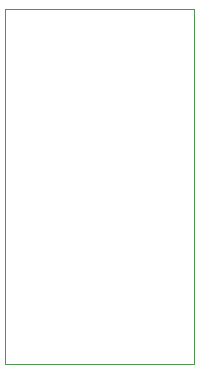
<source format=gbr>
G04 #@! TF.FileFunction,Profile,NP*
%FSLAX46Y46*%
G04 Gerber Fmt 4.6, Leading zero omitted, Abs format (unit mm)*
G04 Created by KiCad (PCBNEW (2014-12-30 BZR 5343)-product) date 2015年01月08日 星期四 21时34分46秒*
%MOMM*%
G01*
G04 APERTURE LIST*
%ADD10C,0.100000*%
G04 APERTURE END LIST*
D10*
X169000000Y-98000000D02*
X169000000Y-68000000D01*
X153000000Y-98000000D02*
X169000000Y-98000000D01*
X153000000Y-68000000D02*
X153000000Y-98000000D01*
X169000000Y-68000000D02*
X153000000Y-68000000D01*
M02*

</source>
